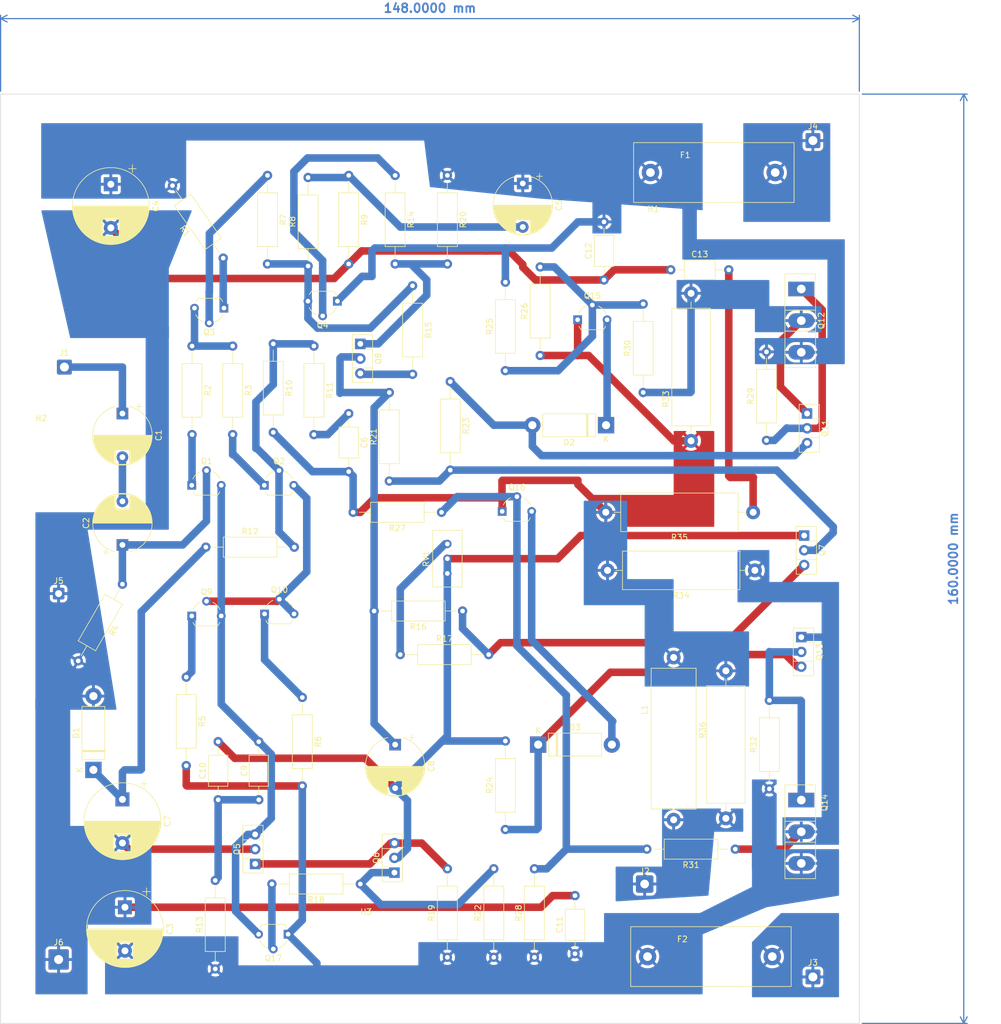
<source format=kicad_pcb>
(kicad_pcb (version 20211014) (generator pcbnew)
  (title_block (title "Randy Slone Design 3") (date "2023-11-16") (rev "2"))
  (layers (0 "F.Cu" signal) (31 "B.Cu" signal) (34 "B.Paste" user) (35 "F.Paste" user) (36 "B.SilkS" user "B.Silkscreen") (37 "F.SilkS" user "F.Silkscreen") (38 "B.Mask" user) (39 "F.Mask" user) (44 "Edge.Cuts" user))
  (net 0 "")
  (net 1 "Net-(C1-Pad1)")
  (net 2 "Net-(C1-Pad2)")
  (net 3 "Net-(C2-Pad1)")
  (net 4 "GND")
  (net 5 "Net-(Q1-Pad1)")
  (net 6 "Net-(Q2-Pad1)")
  (net 7 "Net-(C6-Pad1)")
  (net 8 "Net-(C10-Pad2)")
  (net 9 "Net-(C9-Pad1)")
  (net 10 "Net-(Q10-Pad1)")
  (net 11 "Net-(Q3-Pad2)")
  (net 12 "Net-(Q10-Pad2)")
  (net 13 "Net-(Q4-Pad2)")
  (net 14 "Net-(Q8-Pad1)")
  (net 15 "Net-(Q8-Pad3)")
  (net 16 "Net-(Q2-Pad2)")
  (net 17 "Net-(Q3-Pad1)")
  (net 18 "Net-(Q3-Pad3)")
  (net 19 "Net-(Q6-Pad1)")
  (net 20 "Net-(Q5-Pad1)")
  (net 21 "Net-(Q7-Pad2)")
  (net 22 "/V Neg")
  (net 23 "Net-(C10-Pad1)")
  (net 24 "Net-(Q17-Pad2)")
  (net 25 "Net-(Q4-Pad3)")
  (net 26 "Net-(Q9-Pad1)")
  (net 27 "Net-(R17-Pad1)")
  (net 28 "Net-(C5-Pad2)")
  (net 29 "Net-(C8-Pad1)")
  (net 30 "Net-(D2-Pad1)")
  (net 31 "Net-(D2-Pad2)")
  (net 32 "Net-(C6-Pad2)")
  (net 33 "Net-(D3-Pad2)")
  (net 34 "Net-(C13-Pad2)")
  (net 35 "Net-(Q15-Pad2)")
  (net 36 "Net-(Q16-Pad2)")
  (net 37 "Net-(D3-Pad1)")
  (net 38 "Net-(Q11-Pad2)")
  (net 39 "Net-(Q13-Pad1)")
  (net 40 "Net-(Q13-Pad2)")
  (net 41 "Net-(Q7-Pad3)")
  (net 42 "Net-(Q11-Pad1)")
  (net 43 "/V Pwer Pos")
  (net 44 "/V Pwer Neg")
  (net 45 "/VPos")
  (net 46 "/Output")
  (net 47 "Net-(C7-Pad1)")
  (footprint "Package_TO_SOT_THT:TO-126-3_Vertical" (layer "F.Cu") (at 274.5 141 -90)
    (fp_text reference "Q7")
    (fp_text value "2SD669")
  )
  (footprint "Resistor_THT:R_Axial_DIN0309_L9.0mm_D3.2mm_P15.24mm_Horizontal" (layer "F.Cu") (at 204.88 161.5)
    (fp_text reference "R17")
    (fp_text value "100 Ohm")
  )
  (footprint "Resistor_THT:R_Axial_DIN0309_L9.0mm_D3.2mm_P15.24mm_Horizontal" (layer "F.Cu") (at 262.62 195 180)
    (fp_text reference "R31")
    (fp_text value "270 Ohm")
  )
  (footprint "Resistor_THT:R_Axial_DIN0309_L9.0mm_D3.2mm_P15.24mm_Horizontal" (layer "F.Cu") (at 268.5 184.62 90)
    (fp_text reference "R32")
    (fp_text value "100 Ohm")
  )
  (footprint "Resistor_THT:R_Axial_DIN0309_L9.0mm_D3.2mm_P15.24mm_Horizontal" (layer "F.Cu") (at 229 110 90)
    (fp_text reference "R26")
    (fp_text value "120 Ohm")
  )
  (footprint "Package_TO_SOT_THT:TO-92L_Wide" (layer "F.Cu") (at 181.45 132.35)
    (fp_text reference "Q2")
    (fp_text value "2N5401")
  )
  (footprint "Package_TO_SOT_THT:TO-92L_Wide" (layer "F.Cu") (at 185.55 209.65 180)
    (fp_text reference "Q17")
    (fp_text value "2N5551")
  )
  (footprint "Connector_Wire:SolderWire-0.75sqmm_1x01_D1.25mm_OD2.3mm" (layer "F.Cu") (at 276 217)
    (fp_text reference "J3")
    (fp_text value "V Neg -42V DC")
  )
  (footprint "Package_TO_SOT_THT:TO-92L_Wide" (layer "F.Cu") (at 222.45 136.85)
    (fp_text reference "Q16")
    (fp_text value "2N5401")
  )
  (footprint "AudioAmp:BLX-A Fuse Holder 5mm x 20mm" (layer "F.Cu") (at 248 78.5)
    (fp_text reference "F1")
    (fp_text value "Fuse 5A")
  )
  (footprint "Capacitor_THT:CP_Radial_D10.0mm_P7.50mm" (layer "F.Cu") (at 204 177 -90)
    (fp_text reference "C8")
    (fp_text value "47 uF")
  )
  (footprint "Resistor_THT:R_Axial_DIN0309_L9.0mm_D3.2mm_P15.24mm_Horizontal" (layer "F.Cu") (at 173 215.62 90)
    (fp_text reference "R13")
    (fp_text value "2.2 K")
  )
  (footprint "Connector_Wire:SolderWire-0.75sqmm_1x01_D1.25mm_OD3.5mm" (layer "F.Cu") (at 146 214)
    (fp_text reference "J6")
    (fp_text value "Pwr Gnd")
  )
  (footprint "Capacitor_THT:C_Axial_L5.1mm_D3.1mm_P10.00mm_Horizontal" (layer "F.Cu") (at 240 97 90)
    (fp_text reference "C12")
    (fp_text value "0.1 uF")
  )
  (footprint "Resistor_THT:R_Axial_DIN0309_L9.0mm_D3.2mm_P15.24mm_Horizontal" (layer "F.Cu") (at 176 108.38 -90)
    (fp_text reference "R3")
    (fp_text value "100 Ohm")
  )
  (footprint "Resistor_THT:R_Axial_Power_L20.0mm_W6.4mm_P25.40mm" (layer "F.Cu") (at 265.7 137 180)
    (fp_text reference "R35")
    (fp_text value "10 Ohm 2W")
  )
  (footprint "Resistor_THT:R_Axial_DIN0309_L9.0mm_D3.2mm_P15.24mm_Horizontal" (layer "F.Cu") (at 203 131.62 90)
    (fp_text reference "R21")
    (fp_text value "15 Ohm")
  )
  (footprint "Package_TO_SOT_THT:TO-126-3_Vertical" (layer "F.Cu") (at 274 158.5 -90)
    (fp_text reference "Q13")
    (fp_text value "2SB649")
  )
  (footprint "Capacitor_THT:CP_Radial_D10.0mm_P7.50mm" (layer "F.Cu") (at 157 142.617677 90)
    (fp_text reference "C2")
    (fp_text value "22 uF")
  )
  (footprint "Resistor_THT:R_Axial_DIN0309_L9.0mm_D3.2mm_P15.24mm_Horizontal" (layer "F.Cu") (at 198 201 180)
    (fp_text reference "R18")
    (fp_text value "1 K")
  )
  (footprint "Capacitor_THT:C_Axial_L5.1mm_D3.1mm_P10.00mm_Horizontal" (layer "F.Cu") (at 180.5 176.5 -90)
    (fp_text reference "C9")
    (fp_text value "150 pF")
  )
  (footprint "Resistor_THT:R_Axial_DIN0309_L9.0mm_D3.2mm_P15.24mm_Horizontal" (layer "F.Cu") (at 169 108.38 -90)
    (fp_text reference "R2")
    (fp_text value "100 Ohm")
  )
  (footprint "Package_TO_SOT_THT:TO-126-3_Vertical" (layer "F.Cu") (at 275 120 -90)
    (fp_text reference "Q11")
    (fp_text value "2SD669")
  )
  (footprint "Resistor_THT:R_Axial_Power_L20.0mm_W6.4mm_P25.40mm" (layer "F.Cu") (at 266 147 180)
    (fp_text reference "R34")
    (fp_text value "0.22 Ohm 5W")
  )
  (footprint "Package_TO_SOT_THT:TO-92L_Wide" (layer "F.Cu") (at 194.05 100.65 180)
    (fp_text reference "Q4")
    (fp_text value "2N5401")
  )
  (footprint "Connector_Wire:SolderWire-0.75sqmm_1x01_D1.25mm_OD2.3mm" (layer "F.Cu") (at 147 112)
    (fp_text reference "J1")
    (fp_text value "Conn_01x01")
  )
  (footprint "Capacitor_THT:CP_Radial_D13.0mm_P7.50mm" (layer "F.Cu") (at 157.434785 205 -90)
    (fp_text reference "C3")
    (fp_text value "220 uF")
  )
  (footprint "Potentiometer_THT:Potentiometer_Bourns_3296W_Vertical" (layer "F.Cu") (at 213 142.45 90)
    (fp_text reference "RV1")
    (fp_text value "1 K")
  )
  (footprint "Package_TO_SOT_THT:TO-92L_Wide" (layer "F.Cu") (at 181.5 154.5)
    (fp_text reference "Q10")
    (fp_text value "2N5551")
  )
  (footprint "Resistor_THT:R_Axial_DIN0309_L9.0mm_D3.2mm_P15.24mm_Horizontal" (layer "F.Cu") (at 196 79 -90)
    (fp_text reference "R9")
    (fp_text value "10 K")
  )
  (footprint "Resistor_THT:R_Axial_DIN0309_L9.0mm_D3.2mm_P15.24mm_Horizontal" (layer "F.Cu") (at 183 108 -90)
    (fp_text reference "R10")
    (fp_text value "10 K")
  )
  (footprint "Package_TO_SOT_THT:TO-126-3_Vertical" (layer "F.Cu") (at 179.875 197.54 90)
    (fp_text reference "Q5")
    (fp_text value "2SD669")
  )
  (footprint "Package_TO_SOT_THT:TO-126-3_Vertical" (layer "F.Cu") (at 203.875 199.04 90)
    (fp_text reference "Q6")
    (fp_text value "2SD669")
  )
  (footprint "Resistor_THT:R_Axial_Power_L20.0mm_W6.4mm_P25.40mm" (layer "F.Cu") (at 255 124.7 90)
    (fp_text reference "R33")
    (fp_text value "0.22 Ohm 5W")
  )
  (footprint "AudioAmp:BLX-A Fuse Holder 5mm x 20mm" (layer "F.Cu") (at 247.5 213.5)
    (fp_text reference "F2")
    (fp_text value "Fuse 5A")
  )
  (footprint "Resistor_THT:R_Axial_DIN0309_L9.0mm_D3.2mm_P15.24mm_Horizontal" (layer "F.Cu") (at 213.5 114.5 -90)
    (fp_text reference "R23")
    (fp_text value "100 Ohm")
  )
  (footprint "Resistor_THT:R_Axial_DIN0309_L9.0mm_D3.2mm_P15.24mm_Horizontal" (layer "F.Cu") (at 223 112.62 90)
    (fp_text reference "R25")
    (fp_text value "15 K")
  )
  (footprint "Resistor_THT:R_Axial_DIN0309_L9.0mm_D3.2mm_P15.24mm_Horizontal" (layer "F.Cu") (at 212 137 180)
    (fp_text reference "R27")
    (fp_text value "120 Ohm")
  )
  (footprint "Package_TO_SOT_THT:TO-92L_Wide" (layer "F.Cu") (at 235.45 103.85)
    (fp_text reference "Q15")
    (fp_text value "2N5551")
  )
  (footprint "Capacitor_THT:C_Axial_L5.1mm_D3.1mm_P10.00mm_Horizontal" (layer "F.Cu") (at 251.5 95.25)
    (fp_text reference "C13")
    (fp_text value "0.1 uF")
  )
  (footprint "Connector_Wire:SolderWire-0.75sqmm_1x01_D1.25mm_OD2.3mm" (layer "F.Cu") (at 276 73)
    (fp_text reference "J4")
    (fp_text value "V pos + 42V DC")
  )
  (footprint "Resistor_THT:R_Axial_DIN0309_L9.0mm_D3.2mm_P15.24mm_Horizontal" (layer "F.Cu") (at 157 149.38 -120)
    (fp_text reference "R4")
    (fp_text value "10 K")
  )
  (footprint "Resistor_THT:R_Axial_DIN0309_L9.0mm_D3.2mm_P15.24mm_Horizontal" (layer "F.Cu") (at 213 213.62 90)
    (fp_text reference "R19")
    (fp_text value "1 K")
  )
  (footprint "Package_TO_SOT_THT:TO-247-3_Vertical" (layer "F.Cu") (at 274 186.55 -90)
    (fp_text reference "Q14")
    (fp_text value "2SC3281")
  )
  (footprint "Resistor_THT:R_Axial_DIN0309_L9.0mm_D3.2mm_P15.24mm_Horizontal" (layer "F.Cu") (at 189 94.6 90)
    (fp_text reference "R8")
    (fp_text value "10 K")
  )
  (footprint "Resistor_THT:R_Axial_DIN0309_L9.0mm_D3.2mm_P15.24mm_Horizontal" (layer "F.Cu") (at 228 213.62 90)
    (fp_text reference "R28")
    (fp_text value "15 K")
  )
  (footprint "MountingHole:MountingHole_3.7mm" (layer "F.Cu") (at 199 210.5)
    (fp_text reference "H3")
    (fp_text value "MountingHole")
  )
  (footprint "Resistor_THT:R_Axial_DIN0309_L9.0mm_D3.2mm_P15.24mm_Horizontal" (layer "F.Cu") (at 268 124.62 90)
    (fp_text reference "R29")
    (fp_text value "100 Ohm")
  )
  (footprint "Capacitor_THT:C_Axial_L5.1mm_D3.1mm_P10.00mm_Horizontal" (layer "F.Cu") (at 196 120 -90)
    (fp_text reference "C6")
    (fp_text value "5 pF")
  )
  (footprint "Package_TO_SOT_THT:TO-92L_Wide" (layer "F.Cu") (at 168.95 154.85)
    (fp_text reference "Q9")
    (fp_text value "2N5551")
  )
  (footprint "Resistor_THT:R_Axial_Power_L20.0mm_W6.4mm_P25.40mm" (layer "F.Cu") (at 261 189.7 90)
    (fp_text reference "R36")
    (fp_text value "10 Ohm 2W")
  )
  (footprint "Resistor_THT:R_Axial_DIN0309_L9.0mm_D3.2mm_P15.24mm_Horizontal" (layer "F.Cu") (at 246.75 116.37 90)
    (fp_text reference "R30")
    (fp_text value "270 Ohm")
  )
  (footprint "Resistor_THT:R_Axial_DIN0309_L9.0mm_D3.2mm_P15.24mm_Horizontal" (layer "F.Cu") (at 207 98 -90)
    (fp_text reference "R15")
    (fp_text value "1 K")
  )
  (footprint "Package_TO_SOT_THT:TO-247-3_Vertical" (layer "F.Cu") (at 274 98.55 -90)
    (fp_text reference "Q12")
    (fp_text value "2SA1302")
  )
  (footprint "Resistor_THT:R_Axial_DIN0309_L9.0mm_D3.2mm_P15.24mm_Horizontal" (layer "F.Cu") (at 174.370652 93.241939 125)
    (fp_text reference "R1")
    (fp_text value "150 Ohm")
  )
  (footprint "Capacitor_THT:CP_Radial_D13.0mm_P7.50mm" (layer "F.Cu") (at 157 186.434785 -90)
    (fp_text reference "C7")
    (fp_text value "220 uF")
  )
  (footprint "Resistor_THT:R_Axial_DIN0309_L9.0mm_D3.2mm_P15.24mm_Horizontal" (layer "F.Cu") (at 171.38 143)
    (fp_text reference "R12")
    (fp_text value "330 Ohm")
  )
  (footprint "Resistor_THT:R_Axial_DIN0309_L9.0mm_D3.2mm_P15.24mm_Horizontal" (layer "F.Cu") (at 182 79 -90)
    (fp_text reference "R7")
    (fp_text value "1 K")
  )
  (footprint "Package_TO_SOT_THT:TO-126-3_Vertical" (layer "F.Cu") (at 198 108 -90)
    (fp_text reference "Q8")
    (fp_text value "2SB649")
  )
  (footprint "Capacitor_THT:C_Axial_L5.1mm_D3.1mm_P10.00mm_Horizontal" (layer "F.Cu") (at 235 213 90)
    (fp_text reference "C11")
    (fp_text value "0.1 uF")
  )
  (footprint "Diode_THT:D_5W_P12.70mm_Horizontal" (layer "F.Cu") (at 228.65 177)
    (fp_text reference "D3")
    (fp_text value "1N4148")
  )
  (footprint "Capacitor_THT:CP_Radial_D10.0mm_P7.50mm" (layer "F.Cu") (at 157 120 -90)
    (fp_text reference "C1")
    (fp_text value "22 uF")
  )
  (footprint "Connector_Wire:SolderWire-0.25sqmm_1x01_D0.65mm_OD2mm" (layer "F.Cu") (at 146 151)
    (fp_text reference "J5")
    (fp_text value "Sig Gnd")
  )
  (footprint "Inductor_THT:L_Axial_L24.0mm_D7.5mm_P27.94mm_Horizontal_Fastron_MESC" (layer "F.Cu") (at 252 162 -90)
    (fp_text reference "L1")
    (fp_text value "1 uH")
  )
  (footprint "Package_TO_SOT_THT:TO-92L_Wide" (layer "F.Cu") (at 168.95 132.35)
    (fp_text reference "Q1")
    (fp_text value "2N5401")
  )
  (footprint "Capacitor_THT:CP_Radial_D13.0mm_P7.50mm" (layer "F.Cu") (at 155 80.52222 -90)
    (fp_text reference "C4")
    (fp_text value "220 uF")
  )
  (footprint "Diode_THT:D_5W_P12.70mm_Horizontal" (layer "F.Cu") (at 152 181.35 90)
    (fp_text reference "D1")
    (fp_text value "1N4148")
  )
  (footprint "Resistor_THT:R_Axial_DIN0309_L9.0mm_D3.2mm_P15.24mm_Horizontal" (layer "F.Cu") (at 168 165.38 -90)
    (fp_text reference "R5")
    (fp_text value "68 Ohm")
  )
  (footprint "Resistor_THT:R_Axial_DIN0309_L9.0mm_D3.2mm_P15.24mm_Horizontal" (layer "F.Cu") (at 204 79 -90)
    (fp_text reference "R14")
    (fp_text value "1 K")
  )
  (footprint "Resistor_THT:R_Axial_DIN0309_L9.0mm_D3.2mm_P15.24mm_Horizontal" (layer "F.Cu") (at 213 79 -90)
    (fp_text reference "R20")
    (fp_text value "100 Ohm")
  )
  (footprint "Capacitor_THT:CP_Radial_D10.0mm_P7.50mm" (layer "F.Cu") (at 226 80.382323 -90)
    (fp_text reference "C5")
    (fp_text value "47 uF")
  )
  (footprint "Resistor_THT:R_Axial_DIN0309_L9.0mm_D3.2mm_P15.24mm_Horizontal" (layer "F.Cu") (at 221 213.62 90)
    (fp_text reference "R22")
    (fp_text value "47 Ohm")
  )
  (footprint "Resistor_THT:R_Axial_DIN0309_L9.0mm_D3.2mm_P15.24mm_Horizontal" (layer "F.Cu") (at 188 168.88 -90)
    (fp_text reference "R6")
    (fp_text value "68 Ohm")
  )
  (footprint "Resistor_THT:R_Axial_DIN0309_L9.0mm_D3.2mm_P15.24mm_Horizontal" (layer "F.Cu") (at 190 108.38 -90)
    (fp_text reference "R11")
    (fp_text value "330 Ohm")
  )
  (footprint "MountingHole:MountingHole_3.7mm" (layer "F.Cu") (at 143 125.5)
    (fp_text reference "H2")
    (fp_text value "MountingHole")
  )
  (footprint "Resistor_THT:R_Axial_DIN0309_L9.0mm_D3.2mm_P15.24mm_Horizontal" (layer "F.Cu") (at 215.62 154 180)
    (fp_text reference "R16")
    (fp_text value "820 Ohm")
  )
  (footprint "Capacitor_THT:C_Axial_L5.1mm_D3.1mm_P10.00mm_Horizontal" (layer "F.Cu") (at 173.5 186.5 90)
    (fp_text reference "C10")
    (fp_text value "300 pF")
  )
  (footprint "MountingHole:MountingHole_3.7mm" (layer "F.Cu") (at 248.5 89.5)
    (fp_text reference "H1")
    (fp_text value "MountingHole")
  )
  (footprint "Resistor_THT:R_Axial_DIN0309_L9.0mm_D3.2mm_P15.24mm_Horizontal" (layer "F.Cu") (at 223 191.62 90)
    (fp_text reference "R24")
    (fp_text value "100 Ohm")
  )
  (footprint "Package_TO_SOT_THT:TO-92L_Wide" (layer "F.Cu") (at 174.5 101.85 180)
    (fp_text reference "Q3")
    (fp_text value "2N5401")
  )
  (footprint "Connector_Wire:SolderWire-0.25sqmm_1x01_D0.65mm_OD2mm" (layer "F.Cu") (at 247 201)
    (fp_text reference "J2")
    (fp_text value "Output")
  )
  (footprint "Diode_THT:D_5W_P12.70mm_Horizontal" (layer "F.Cu") (at 240.35 122 180)
    (fp_text reference "D2")
    (fp_text value "1N4148")
  )
  (gr_rect (start 136 65) (end 284 225) (layer "Edge.Cuts") (width 0.1) (fill none))
  (dimension (type aligned) (layer "B.Cu") (pts (xy 284 65) (xy 136 65)) (height 12.999999) (gr_text "148.0000 mm" (at 210 50.200001) (layer "B.Cu") (effects (font (size 1.5 1.5) (thickness 0.3)))) (format (units 3) (units_format 1) (precision 4)) (style (thickness 0.2) (arrow_length 1.27) (text_position_mode 0) (extension_height 0.58642) (extension_offset 0.5) keep_text_aligned))
  (dimension (type aligned) (layer "B.Cu") (pts (xy 284 225) (xy 284 65)) (height 18) (gr_text "160.0000 mm" (at 300.2 145 90) (layer "B.Cu") (effects (font (size 1.5 1.5) (thickness 0.3)))) (format (units 3) (units_format 1) (precision 4)) (style (thickness 0.2) (arrow_length 1.27) (text_position_mode 0) (extension_height 0.58642) (extension_offset 0.5) keep_text_aligned))
  (segment (start 157 120) (end 157 112) (width 1.3) (layer "B.Cu") (net 1))
  (segment (start 157 112) (end 147 112) (width 1.3) (layer "B.Cu") (net 1))
  (segment (start 157 127.5) (end 157 135.117677) (width 1.3) (layer "B.Cu") (net 2))
  (segment (start 171.49 138.51) (end 171.49 129.81) (width 1.3) (layer "B.Cu") (net 3))
  (segment (start 167.382323 142.617677) (end 171.49 138.51) (width 1.3) (layer "B.Cu") (net 3))
  (segment (start 157 142.617677) (end 167.382323 142.617677) (width 1.3) (layer "B.Cu") (net 3))
  (segment (start 157 142.617677) (end 157 149.38) (width 1.3) (layer "B.Cu") (net 3))
  (segment (start 193.490489 96.749511) (end 163.727291 96.749511) (width 1.3) (layer "F.Cu") (net 4))
  (segment (start 196 94.24) (end 193.490489 96.749511) (width 1.3) (layer "F.Cu") (net 4))
  (segment (start 226 94.799869) (end 226 94.340131) (width 1.3) (layer "F.Cu") (net 4))
  (segment (start 229.149511 205) (end 231.149511 203) (width 1.3) (layer "F.Cu") (net 4))
  (segment (start 228.200131 97) (end 226 94.799869) (width 1.3) (layer "F.Cu") (net 4))
  (segment (start 240 97) (end 228.200131 97) (width 1.3) (layer "F.Cu") (net 4))
  (segment (start 198.24 92) (end 196 94.24) (width 1.3) (layer "F.Cu") (net 4))
  (segment (start 219.75 92) (end 198.24 92) (width 1.3) (layer "F.Cu") (net 4))
  (segment (start 158.065215 195) (end 179.875 195) (width 1.3) (layer "F.Cu") (net 4))
  (segment (start 163.727291 96.749511) (end 155 88.02222) (width 1.3) (layer "F.Cu") (net 4))
  (segment (start 231.149511 203) (end 235 203) (width 1.3) (layer "F.Cu") (net 4))
  (segment (start 223.659869 92) (end 219.75 92) (width 1.3) (layer "F.Cu") (net 4))
  (segment (start 157 193.934785) (end 158.065215 195) (width 1.3) (layer "F.Cu") (net 4))
  (segment (start 251.5 95.25) (end 241.75 95.25) (width 1.3) (layer "F.Cu") (net 4))
  (segment (start 157.434785 205) (end 229.149511 205) (width 1.3) (layer "F.Cu") (net 4))
  (segment (start 226 94.340131) (end 223.659869 92) (width 1.3) (layer "F.Cu") (net 4))
  (segment (start 241.75 95.25) (end 240 97) (width 1.3) (layer "F.Cu") (net 4))
  (segment (start 169 123.62) (end 169 132.3) (width 1.3) (layer "B.Cu") (net 5))
  (segment (start 169 132.3) (end 168.95 132.35) (width 1.3) (layer "B.Cu") (net 5))
  (segment (start 176.169961 127.069961) (end 181.45 132.35) (width 1.3) (layer "B.Cu") (net 6))
  (segment (start 176 127.069961) (end 176.169961 127.069961) (width 1.3) (layer "B.Cu") (net 6))
  (segment (start 176 123.62) (end 176 127.069961) (width 1.3) (layer "B.Cu") (net 6))
  (segment (start 192.38 123.62) (end 196 120) (width 1.3) (layer "B.Cu") (net 7))
  (segment (start 190 123.62) (end 192.38 123.62) (width 1.3) (layer "B.Cu") (net 7))
  (segment (start 176.349511 179.349511) (end 198.849511 179.349511) (width 1.3) (layer "F.Cu") (net 8))
  (segment (start 232 145) (end 231.99 144.99) (width 1.3) (layer "F.Cu") (net 8))
  (segment (start 231.99 144.99) (end 213 144.99) (width 1.3) (layer "F.Cu") (net 8))
  (segment (start 274.5 141) (end 236 141) (width 1.3) (layer "F.Cu") (net 8))
  (segment (start 236 141) (end 232 145) (width 1.3) (layer "F.Cu") (net 8))
  (segment (start 198.849511 179.349511) (end 204 184.5) (width 1.3) (layer "F.Cu") (net 8))
  (segment (start 173.5 176.5) (end 176.349511 179.349511) (width 1.3) (layer "F.Cu") (net 8))
  (segment (start 204.51629 196.5) (end 203.875 196.5) (width 1.3) (layer "B.Cu") (net 8))
  (segment (start 213 147.53) (end 213 144.99) (width 1.3) (layer "B.Cu") (net 8))
  (segment (start 223 176.38) (end 212.12 176.38) (width 1.3) (layer "B.Cu") (net 8))
  (segment (start 212.12 176.38) (end 204 184.5) (width 1.3) (layer "B.Cu") (net 8))
  (segment (start 204 184.5) (end 206.124511 186.624511) (width 1.3) (layer "B.Cu") (net 8))
  (segment (start 213 147.53) (end 213 175.5) (width 1.3) (layer "B.Cu") (net 8))
  (segment (start 213 175.5) (end 212.12 176.38) (width 1.3) (layer "B.Cu") (net 8))
  (segment (start 206.124511 186.624511) (end 206.124511 194.891779) (width 1.3) (layer "B.Cu") (net 8))
  (segment (start 206.124511 194.891779) (end 204.51629 196.5) (width 1.3) (layer "B.Cu") (net 8))
  (segment (start 176.5 194.562208) (end 176.5 205.68) (width 1.3) (layer "B.Cu") (net 9))
  (segment (start 174.03 154.85) (end 174.03 170.03) (width 1.3) (layer "B.Cu") (net 9))
  (segment (start 182.649511 189.685489) (end 179.875 192.46) (width 1.3) (layer "B.Cu") (net 9))
  (segment (start 180.5 176.5) (end 182.649511 178.649511) (width 1.3) (layer "B.Cu") (net 9))
  (segment (start 176.5 205.68) (end 180.47 209.65) (width 1.3) (layer "B.Cu") (net 9))
  (segment (start 182.649511 178.649511) (end 182.649511 189.685489) (width 1.3) (layer "B.Cu") (net 9))
  (segment (start 179.875 192.46) (end 178.602208 192.46) (width 1.3) (layer "B.Cu") (net 9))
  (segment (start 174.03 132.35) (end 174.03 154.85) (width 1.3) (layer "B.Cu") (net 9))
  (segment (start 174.03 170.03) (end 180.5 176.5) (width 1.3) (layer "B.Cu") (net 9))
  (segment (start 178.602208 192.46) (end 176.5 194.562208) (width 1.3) (layer "B.Cu") (net 9))
  (segment (start 181.5 162.38) (end 188 168.88) (width 1.3) (layer "B.Cu") (net 10))
  (segment (start 181.5 154.5) (end 181.5 162.38) (width 1.3) (layer "B.Cu") (net 10))
  (segment (start 171.99 89.01) (end 171.99 98.99) (width 1.3) (layer "B.Cu") (net 11))
  (segment (start 182 79) (end 171.99 89.01) (width 1.3) (layer "B.Cu") (net 11))
  (segment (start 171.96 99.02) (end 171.96 104.39) (width 1.3) (layer "B.Cu") (net 11))
  (segment (start 171.99 98.99) (end 171.96 99.02) (width 1.3) (layer "B.Cu") (net 11))
  (segment (start 183.69 152.31) (end 184.04 151.96) (width 1.3) (layer "F.Cu") (net 12))
  (segment (start 171.49 152.31) (end 183.69 152.31) (width 1.3) (layer "F.Cu") (net 12))
  (segment (start 188.769511 134.589511) (end 188.769511 147.230489) (width 1.3) (layer "B.Cu") (net 12))
  (segment (start 186.53 132.35) (end 188.769511 134.589511) (width 1.3) (layer "B.Cu") (net 12))
  (segment (start 188.769511 147.230489) (end 184.04 151.96) (width 1.3) (layer "B.Cu") (net 12))
  (segment (start 184.04 151.96) (end 186.58 154.5) (width 1.3) (layer "B.Cu") (net 12))
  (segment (start 191.51 93.645867) (end 191.51 103.19) (width 1.3) (layer "B.Cu") (net 13))
  (segment (start 186.550489 88.686356) (end 191.51 93.645867) (width 1.3) (layer "B.Cu") (net 13))
  (segment (start 201 76) (end 204 79) (width 1.3) (layer "B.Cu") (net 13))
  (segment (start 188.895867 76) (end 201 76) (width 1.3) (layer "B.Cu") (net 13))
  (segment (start 186.550489 78.345378) (end 188.895867 76) (width 1.3) (layer "B.Cu") (net 13))
  (segment (start 186.550489 88.686356) (end 186.550489 78.345378) (width 1.3) (layer "B.Cu") (net 13))
  (segment (start 206.704133 94.24) (end 209.449511 96.985378) (width 1.3) (layer "B.Cu") (net 14))
  (segment (start 209.449511 99.616043) (end 201.075065 107.990489) (width 1.3) (layer "B.Cu") (net 14))
  (segment (start 204 94.24) (end 213 94.24) (width 1.3) (layer "B.Cu") (net 14))
  (segment (start 209.449511 96.985378) (end 209.449511 99.616043) (width 1.3) (layer "B.Cu") (net 14))
  (segment (start 201.075065 107.990489) (end 198 107.990489) (width 1.3) (layer "B.Cu") (net 14))
  (segment (start 198.150489 113.24) (end 198 113.089511) (width 1.3) (layer "B.Cu") (net 15))
  (segment (start 207 113.24) (end 198.150489 113.24) (width 1.3) (layer "B.Cu") (net 15))
  (segment (start 183.99 140.37) (end 186.62 143) (width 1.3) (layer "B.Cu") (net 16))
  (segment (start 183.99 129.81) (end 183.99 140.37) (width 1.3) (layer "B.Cu") (net 16))
  (segment (start 180 118) (end 180 126) (width 1.3) (layer "B.Cu") (net 16))
  (segment (start 189.62 108) (end 190 108.38) (width 1.3) (layer "B.Cu") (net 16))
  (segment (start 180.18 126) (end 183.99 129.81) (width 1.3) (layer "B.Cu") (net 16))
  (segment (start 183 108) (end 183 115) (width 1.3) (layer "B.Cu") (net 16))
  (segment (start 183 108) (end 189.62 108) (width 1.3) (layer "B.Cu") (net 16))
  (segment (start 180 126) (end 180.18 126) (width 1.3) (layer "B.Cu") (net 16))
  (segment (start 183 115) (end 180 118) (width 1.3) (layer "B.Cu") (net 16))
  (segment (start 174.370652 93.241939) (end 174.370652 101.720652) (width 1.3) (layer "B.Cu") (net 17))
  (segment (start 174.370652 101.720652) (end 174.5 101.85) (width 1.3) (layer "B.Cu") (net 17))
  (segment (start 169.42 107.96) (end 169 108.38) (width 1.3) (layer "B.Cu") (net 18))
  (segment (start 169 108.38) (end 176 108.38) (width 1.3) (layer "B.Cu") (net 18))
  (segment (start 169.45 107.93) (end 169 108.38) (width 1.3) (layer "B.Cu") (net 18))
  (segment (start 169.42 101.85) (end 169.42 107.96) (width 1.3) (layer "B.Cu") (net 18))
  (segment (start 221 198.38) (end 214.84 204.54) (width 1.3) (layer "B.Cu") (net 19))
  (segment (start 199.96 199.04) (end 198 201) (width 1.3) (layer "B.Cu") (net 19))
  (segment (start 198 201) (end 201.54 204.54) (width 1.3) (layer "B.Cu") (net 19))
  (segment (start 201.54 204.54) (end 214.84 204.54) (width 1.3) (layer "B.Cu") (net 19))
  (segment (start 203.875 199.04) (end 199.96 199.04) (width 1.3) (layer "B.Cu") (net 19))
  (segment (start 179.875 197.54) (end 199.65371 197.54) (width 1.3) (layer "F.Cu") (net 20))
  (segment (start 203.23371 193.96) (end 203.875 193.96) (width 1.3) (layer "F.Cu") (net 20))
  (segment (start 199.65371 197.54) (end 203.23371 193.96) (width 1.3) (layer "F.Cu") (net 20))
  (segment (start 208.58 193.96) (end 213 198.38) (width 1.3) (layer "F.Cu") (net 20))
  (segment (start 203.875 193.96) (end 208.58 193.96) (width 1.3) (layer "F.Cu") (net 20))
  (segment (start 276.459022 143.54) (end 274.5 143.54) (width 1.3) (layer "B.Cu") (net 21))
  (segment (start 203 131.62) (end 211.62 131.62) (width 1.3) (layer "B.Cu") (net 21))
  (segment (start 213.5 129.74) (end 269.74 129.74) (width 1.3) (layer "B.Cu") (net 21))
  (segment (start 279.5 139.5) (end 279.5 140.499022) (width 1.3) (layer "B.Cu") (net 21))
  (segment (start 279.5 140.499022) (end 276.459022 143.54) (width 1.3) (layer "B.Cu") (net 21))
  (segment (start 211.62 131.62) (end 213.5 129.74) (width 1.3) (layer "B.Cu") (net 21))
  (segment (start 269.74 129.74) (end 279.5 139.5) (width 1.3) (layer "B.Cu") (net 21))
  (segment (start 168 180.62) (end 168 184) (width 1.3) (layer "F.Cu") (net 22))
  (segment (start 168 184) (end 168.12 184.12) (width 1.3) (layer "F.Cu") (net 22))
  (segment (start 168.12 184.12) (end 188 184.12) (width 1.3) (layer "F.Cu") (net 22))
  (segment (start 185.55 209.65) (end 190.5 214.6) (width 1.3) (layer "B.Cu") (net 22))
  (segment (start 190.5 214.6) (end 190.5 216.5) (width 1.3) (layer "B.Cu") (net 22))
  (segment (start 188 207.2) (end 185.55 209.65) (width 1.3) (layer "B.Cu") (net 22))
  (segment (start 188 184.12) (end 188 207.2) (width 1.3) (layer "B.Cu") (net 22))
  (segment (start 173.5 186.5) (end 173.5 199.88) (width 1.3) (layer "B.Cu") (net 23))
  (segment (start 173.5 199.88) (end 173 200.38) (width 1.3) (layer "B.Cu") (net 23))
  (segment (start 173.5 186.5) (end 180.5 186.5) (width 1.3) (layer "B.Cu") (net 23))
  (segment (start 182.76 211.94) (end 183.01 212.19) (width 1.3) (layer "B.Cu") (net 24))
  (segment (start 182.76 201) (end 182.76 211.94) (width 1.3) (layer "B.Cu") (net 24))
  (segment (start 199.710489 105.289511) (end 190.640353 105.289511) (width 1.3) (layer "B.Cu") (net 25))
  (segment (start 188.97 103.619158) (end 188.97 100.65) (width 1.3) (layer "B.Cu") (net 25))
  (segment (start 190.640353 105.289511) (end 188.97 103.619158) (width 1.3) (layer "B.Cu") (net 25))
  (segment (start 182 94.24) (end 188.64 94.24) (width 1.3) (layer "B.Cu") (net 25))
  (segment (start 189 100.62) (end 188.97 100.65) (width 1.3) (layer "B.Cu") (net 25))
  (segment (start 207 98) (end 199.710489 105.289511) (width 1.3) (layer "B.Cu") (net 25))
  (segment (start 188.64 94.24) (end 189 94.6) (width 1.3) (layer "B.Cu") (net 25))
  (segment (start 189 94.6) (end 189 100.62) (width 1.3) (layer "B.Cu") (net 25))
  (segment (start 168.95 154.85) (end 168.95 164.43) (width 1.3) (layer "B.Cu") (net 26))
  (segment (start 168.95 164.43) (end 168 165.38) (width 1.3) (layer "B.Cu") (net 26))
  (segment (start 204.88 161.5) (end 204.88 150.183268) (width 1.3) (layer "B.Cu") (net 27))
  (segment (start 212.613268 142.45) (end 213 142.45) (width 1.3) (layer "B.Cu") (net 27))
  (segment (start 204.88 150.183268) (end 212.613268 142.45) (width 1.3) (layer "B.Cu") (net 27))
  (segment (start 195.64 79.36) (end 196 79) (width 1.3) (layer "B.Cu") (net 28))
  (segment (start 196 79) (end 204.882323 87.882323) (width 1.3) (layer "B.Cu") (net 28))
  (segment (start 204.882323 87.882323) (end 226 87.882323) (width 1.3) (layer "B.Cu") (net 28))
  (segment (start 189 79.36) (end 195.64 79.36) (width 1.3) (layer "B.Cu") (net 28))
  (segment (start 194.62 116.38) (end 203 116.38) (width 1.3) (layer "B.Cu") (net 29))
  (segment (start 200.38 119) (end 200.38 154) (width 1.3) (layer "B.Cu") (net 29))
  (segment (start 203 116.38) (end 200.38 119) (width 1.3) (layer "B.Cu") (net 29))
  (segment (start 194.750489 110.249511) (end 194.5 110.5) (width 1.3) (layer "B.Cu") (net 29))
  (segment (start 194.5 110.5) (end 194.5 116.5) (width 1.3) (layer "B.Cu") (net 29))
  (segment (start 204 177) (end 200.38 173.38) (width 1.3) (layer "B.Cu") (net 29))
  (segment (start 198 110.54) (end 198 110.5) (width 1.3) (layer "B.Cu") (net 29))
  (segment (start 198 110.5) (end 197.749511 110.249511) (width 1.3) (layer "B.Cu") (net 29))
  (segment (start 200.38 173.38) (end 200.38 154) (width 1.3) (layer "B.Cu") (net 29))
  (segment (start 197.749511 110.249511) (end 194.750489 110.249511) (width 1.3) (layer "B.Cu") (net 29))
  (segment (start 194.5 116.5) (end 194.62 116.38) (width 1.3) (layer "B.Cu") (net 29))
  (segment (start 240.53 103.85) (end 240.53 121.82) (width 1.3) (layer "B.Cu") (net 30))
  (segment (start 240.53 121.82) (end 240.35 122) (width 1.3) (layer "B.Cu") (net 30))
  (segment (start 229.249511 127.249511) (end 272.830489 127.249511) (width 1.3) (layer "B.Cu") (net 31))
  (segment (start 227.65 122) (end 227.65 125.65) (width 1.3) (layer "B.Cu") (net 31))
  (segment (start 227.65 125.65) (end 229.249511 127.249511) (width 1.3) (layer "B.Cu") (net 31))
  (segment (start 213.5 114.5) (end 221 122) (width 1.3) (layer "B.Cu") (net 31))
  (segment (start 272.830489 127.249511) (end 275 125.08) (width 1.3) (layer "B.Cu") (net 31))
  (segment (start 221 122) (end 227.65 122) (width 1.3) (layer "B.Cu") (net 31))
  (segment (start 235.45 109.95) (end 235.5 110) (width 1.3) (layer "F.Cu") (net 32))
  (segment (start 252.040131 124.7) (end 237.340131 110) (width 1.3) (layer "F.Cu") (net 32))
  (segment (start 222.42 134.5) (end 222.42 131.58) (width 1.3) (layer "F.Cu") (net 32))
  (segment (start 235.5 110) (end 229 110) (width 1.3) (layer "F.Cu") (net 32))
  (segment (start 222.45 136.85) (end 222.45 134.53) (width 1.3) (layer "F.Cu") (net 32))
  (segment (start 222.5 131.5) (end 235.5 131.5) (width 1.3) (layer "F.Cu") (net 32))
  (segment (start 255 124.7) (end 252.040131 124.7) (width 1.3) (layer "F.Cu") (net 32))
  (segment (start 196.76 137) (end 198 137) (width 1.3) (layer "F.Cu") (net 32))
  (segment (start 235.5 131.5) (end 235.5 132.2) (width 1.3) (layer "F.Cu") (net 32))
  (segment (start 235.45 103.85) (end 235.45 109.95) (width 1.3) (layer "F.Cu") (net 32))
  (segment (start 237.340131 110) (end 235.5 110) (width 1.3) (layer "F.Cu") (net 32))
  (segment (start 200.5 134.5) (end 222.42 134.5) (width 1.3) (layer "F.Cu") (net 32))
  (segment (start 222.45 134.53) (end 222.42 134.5) (width 1.3) (layer "F.Cu") (net 32))
  (segment (start 222.42 131.58) (end 222.5 131.5) (width 1.3) (layer "F.Cu") (net 32))
  (segment (start 235.5 132.2) (end 240.3 137) (width 1.3) (layer "F.Cu") (net 32))
  (segment (start 198 137) (end 200.5 134.5) (width 1.3) (layer "F.Cu") (net 32))
  (segment (start 196 130) (end 189.76 130) (width 1.3) (layer "B.Cu") (net 32))
  (segment (start 196.76 130.76) (end 196 130) (width 1.3) (layer "B.Cu") (net 32))
  (segment (start 196.76 137) (end 196.76 130.76) (width 1.3) (layer "B.Cu") (net 32))
  (segment (start 189.76 130) (end 183 123.24) (width 1.3) (layer "B.Cu") (net 32))
  (segment (start 227.53 136.85) (end 227.53 158.97) (width 1.3) (layer "B.Cu") (net 33))
  (segment (start 227.5 159) (end 241.5 173) (width 1.3) (layer "B.Cu") (net 33))
  (segment (start 241.5 173) (end 241.35 173.15) (width 1.3) (layer "B.Cu") (net 33))
  (segment (start 227.53 158.97) (end 227.5 159) (width 1.3) (layer "B.Cu") (net 33))
  (segment (start 241.35 173.15) (end 241.35 177) (width 1.3) (layer "B.Cu") (net 33))
  (segment (start 261.5 130.75) (end 261.5 95.25) (width 1.3) (layer "F.Cu") (net 34))
  (segment (start 265.7 137) (end 265.7 131.05) (width 1.3) (layer "F.Cu") (net 34))
  (segment (start 265.7 131.05) (end 265.75 131) (width 1.3) (layer "F.Cu") (net 34))
  (segment (start 261.75 131) (end 261.5 130.75) (width 1.3) (layer "F.Cu") (net 34))
  (segment (start 265.75 131) (end 261.75 131) (width 1.3) (layer "F.Cu") (net 34))
  (segment (start 237.99 101.31) (end 246.57 101.31) (width 1.3) (layer "B.Cu") (net 35))
  (segment (start 246.57 101.31) (end 246.75 101.13) (width 1.3) (layer "B.Cu") (net 35))
  (segment (start 231.44 94.76) (end 237.99 101.31) (width 1.3) (layer "B.Cu") (net 35))
  (segment (start 229 94.76) (end 231.44 94.76) (width 1.3) (layer "B.Cu") (net 35))
  (segment (start 237.99 106.67) (end 237.99 101.31) (width 1.3) (layer "B.Cu") (net 35))
  (segment (start 238.01 106.69) (end 237.99 106.67) (width 1.3) (layer "B.Cu") (net 35))
  (segment (start 223 112.62) (end 232.08 112.62) (width 1.3) (layer "B.Cu") (net 35))
  (segment (start 232.08 112.62) (end 238.01 106.69) (width 1.3) (layer "B.Cu") (net 35))
  (segment (start 224.96 159.96) (end 233.5 168.5) (width 1.3) (layer "B.Cu") (net 36))
  (segment (start 224.99 159.93) (end 224.96 159.96) (width 1.3) (layer "B.Cu") (net 36))
  (segment (start 212 137) (end 214.69 134.31) (width 1.3) (layer "B.Cu") (net 36))
  (segment (start 233.5 195) (end 247.38 195) (width 1.3) (layer "B.Cu") (net 36))
  (segment (start 224.99 134.31) (end 224.99 159.93) (width 1.3) (layer "B.Cu") (net 36))
  (segment (start 228 198.38) (end 230.12 198.38) (width 1.3) (layer "B.Cu") (net 36))
  (segment (start 230.12 198.38) (end 233.5 195) (width 1.3) (layer "B.Cu") (net 36))
  (segment (start 233.5 168.5) (end 233.5 195) (width 1.3) (layer "B.Cu") (net 36))
  (segment (start 214.69 134.31) (end 224.99 134.31) (width 1.3) (layer "B.Cu") (net 36))
  (segment (start 228.65 177) (end 241.100489 164.549511) (width 1.3) (layer "F.Cu") (net 37))
  (segment (start 241.100489 164.549511) (end 255.950489 164.549511) (width 1.3) (layer "F.Cu") (net 37))
  (segment (start 259 161.5) (end 271.27871 161.5) (width 1.3) (layer "F.Cu") (net 37))
  (segment (start 271.27871 161.5) (end 273.35871 163.58) (width 1.3) (layer "F.Cu") (net 37))
  (segment (start 255.950489 164.549511) (end 259 161.5) (width 1.3) (layer "F.Cu") (net 37))
  (segment (start 273.35871 163.58) (end 274 163.58) (width 1.3) (layer "F.Cu") (net 37))
  (segment (start 228.38 191.62) (end 228.65 191.35) (width 1.3) (layer "B.Cu") (net 37))
  (segment (start 228.65 191.35) (end 228.65 177) (width 1.3) (layer "B.Cu") (net 37))
  (segment (start 223 191.62) (end 228.38 191.62) (width 1.3) (layer "B.Cu") (net 37))
  (segment (start 277.59952 102.14952) (end 277.59952 121.899502) (width 1.3) (layer "F.Cu") (net 38))
  (segment (start 277.59952 121.899502) (end 276.959022 122.54) (width 1.3) (layer "F.Cu") (net 38))
  (segment (start 276.959022 122.54) (end 275 122.54) (width 1.3) (layer "F.Cu") (net 38))
  (segment (start 274 98.55) (end 277.59952 102.14952) (width 1.3) (layer "F.Cu") (net 38))
  (segment (start 268 124.62) (end 269.38 124.62) (width 1.3) (layer "B.Cu") (net 38))
  (segment (start 271.5 122.5) (end 271.54 122.54) (width 1.3) (layer "B.Cu") (net 38))
  (segment (start 269.38 124.62) (end 271.5 122.5) (width 1.3) (layer "B.Cu") (net 38))
  (segment (start 271.54 122.54) (end 275 122.54) (width 1.3) (layer "B.Cu") (net 38))
  (segment (start 262.62 195) (end 271 195) (width 1.3) (layer "F.Cu") (net 39))
  (segment (start 271 195) (end 274 192) (width 1.3) (layer "F.Cu") (net 39))
  (segment (start 274 158.5) (end 279 158.5) (width 1.3) (layer "B.Cu") (net 39))
  (segment (start 268.5 169.38) (end 273.88 169.38) (width 1.3) (layer "B.Cu") (net 40))
  (segment (start 268.5 161) (end 268.5 169.38) (width 1.3) (layer "B.Cu") (net 40))
  (segment (start 274 169.5) (end 274 186.55) (width 1.3) (layer "B.Cu") (net 40))
  (segment (start 268.54 161.04) (end 274 161.04) (width 1.3) (layer "B.Cu") (net 40))
  (segment (start 268.5 161) (end 268.54 161.04) (width 1.3) (layer "B.Cu") (net 40))
  (segment (start 273.88 169.38) (end 274 169.5) (width 1.3) (layer "B.Cu") (net 40))
  (segment (start 220.12 161.5) (end 222.169511 159.450489) (width 1.3) (layer "F.Cu") (net 41))
  (segment (start 261.129511 159.450489) (end 274.5 146.08) (width 1.3) (layer "F.Cu") (net 41))
  (segment (start 222.169511 159.450489) (end 261.129511 159.450489) (width 1.3) (layer "F.Cu") (net 41))
  (segment (start 215.62 157) (end 220.12 161.5) (width 1.3) (layer "B.Cu") (net 41))
  (segment (start 215.62 154) (end 215.62 157) (width 1.3) (layer "B.Cu") (net 41))
  (segment (start 270.40048 115.40048) (end 275 120) (width 1.3) (layer "F.Cu") (net 42))
  (segment (start 274 104) (end 270.40048 107.59952) (width 1.3) (layer "F.Cu") (net 42))
  (segment (start 270.40048 107.59952) (end 270.40048 115.40048) (width 1.3) (layer "F.Cu") (net 42))
  (segment (start 246.75 116.37) (end 254.88 116.37) (width 1.3) (layer "B.Cu") (net 42))
  (segment (start 255 116.25) (end 255 99.3) (width 1.3) (layer "B.Cu") (net 42))
  (segment (start 254.88 116.37) (end 255 116.25) (width 1.3) (layer "B.Cu") (net 42))
  (segment (start 198.32 96.38) (end 194.05 100.65) (width 1.3) (layer "B.Cu") (net 45))
  (segment (start 223 97.38) (end 223 91.5) (width 1.3) (layer "B.Cu") (net 45))
  (segment (start 200.5 91.5) (end 223 91.5) (width 1.3) (layer "B.Cu") (net 45))
  (segment (start 231 91.5) (end 223 91.5) (width 1.3) (layer "B.Cu") (net 45))
  (segment (start 240 87) (end 235.5 87) (width 1.3) (layer "B.Cu") (net 45))
  (segment (start 200 96.38) (end 200 92) (width 1.3) (layer "B.Cu") (net 45))
  (segment (start 200 92) (end 200.5 91.5) (width 1.3) (layer "B.Cu") (net 45))
  (segment (start 235.5 87) (end 231 91.5) (width 1.3) (layer "B.Cu") (net 45))
  (segment (start 200 96.38) (end 198.32 96.38) (width 1.3) (layer "B.Cu") (net 45))
  (segment (start 157 186.434785) (end 157 181.75) (width 1.3) (layer "B.Cu") (net 47))
  (segment (start 160.25 154.13) (end 160.25 181.25) (width 1.3) (layer "B.Cu") (net 47))
  (segment (start 152 181.35) (end 152 181.434785) (width 1.3) (layer "B.Cu") (net 47))
  (segment (start 160.15 181.35) (end 157.4 181.35) (width 1.3) (layer "B.Cu") (net 47))
  (segment (start 160.25 181.25) (end 160.15 181.35) (width 1.3) (layer "B.Cu") (net 47))
  (segment (start 152 181.434785) (end 157 186.434785) (width 1.3) (layer "B.Cu") (net 47))
  (segment (start 157 181.75) (end 157.4 181.35) (width 1.3) (layer "B.Cu") (net 47))
  (segment (start 171.38 143) (end 160.25 154.13) (width 1.3) (layer "B.Cu") (net 47))
  (zone (net 32) (net_name "Net-(C6-Pad2)") (layer "F.Cu") (connect_pads (clearance 0.508)) (min_thickness 0.254) (fill yes (thermal_gap 0.508) (thermal_bridge_width 0.508))
    (polygon (pts (xy 259 139.5) (xy 238 139.5) (xy 238 134) (xy 252 134) (xy 252 123) (xy 259 123)))
  )
  (zone (net 4) (net_name "GND") (layer "B.Cu") (connect_pads (clearance 0.508)) (min_thickness 0.254) (fill yes (thermal_gap 0.508) (thermal_bridge_width 0.508))
    (polygon (pts (xy 148 191) (xy 162 191) (xy 162 208) (xy 151 208) (xy 151 220) (xy 142 220) (xy 142 169) (xy 148 169)))
  )
  (zone (net 45) (net_name "/VPos") (layer "B.Cu") (connect_pads (clearance 0.508)) (min_thickness 0.254) (fill yes (thermal_gap 0.508) (thermal_bridge_width 0.508))
    (polygon (pts (xy 256 90) (xy 281.5 90) (xy 281.5 111.5) (xy 266 111.5) (xy 266 107) (xy 278.5 107) (xy 278.5 93.5) (xy 253.5 93.5) (xy 253.5 83) (xy 256 83)))
  )
  (zone (net 43) (net_name "/V Pwer Pos") (layer "B.Cu") (connect_pads (clearance 0.508)) (min_thickness 0.254) (fill yes (thermal_gap 0.508) (thermal_bridge_width 0.508))
    (polygon (pts (xy 279 87) (xy 264 87) (xy 264 70) (xy 279 70)))
  )
  (zone (net 44) (net_name "/V Pwer Neg") (layer "B.Cu") (connect_pads (clearance 0.508)) (min_thickness 0.254) (fill yes (thermal_gap 0.508) (thermal_bridge_width 0.508))
    (polygon (pts (xy 280.5 220.5) (xy 265.5 220.5) (xy 265.5 211) (xy 270.5 206) (xy 280.5 206)))
  )
  (zone (net 4) (net_name "GND") (layer "B.Cu") (connect_pads (clearance 0.508)) (min_thickness 0.254) (fill yes (thermal_gap 0.508) (thermal_bridge_width 0.508))
    (polygon (pts (xy 165 140) (xy 151 140) (xy 156 171) (xy 142 171) (xy 142 137) (xy 161 137) (xy 161 105) (xy 165 105)))
  )
  (zone (net 45) (net_name "/VPos") (layer "B.Cu") (connect_pads (clearance 0.508)) (min_thickness 0.254) (fill yes (thermal_gap 0.508) (thermal_bridge_width 0.508))
    (polygon (pts (xy 257 85) (xy 229 83) (xy 210 81) (xy 209 73) (xy 168 73) (xy 168 83) (xy 143 83) (xy 143 70) (xy 257 70)))
  )
  (zone (net 46) (net_name "/Output") (layer "B.Cu") (connect_pads (clearance 0.508)) (min_thickness 0.254) (fill yes (thermal_gap 0.508) (thermal_bridge_width 0.508))
    (polygon (pts (xy 264 192) (xy 259 192) (xy 258 203) (xy 242 204) (xy 242 198) (xy 250 198) (xy 250 188) (xy 264 188)))
  )
  (zone (net 42) (net_name "Net-(Q11-Pad1)") (layer "B.Cu") (connect_pads (clearance 0.508)) (min_thickness 0.254) (fill yes (thermal_gap 0.508) (thermal_bridge_width 0.508))
    (polygon (pts (xy 268.5 101.5) (xy 277.5 101.5) (xy 277.5 106) (xy 266 106) (xy 266 102) (xy 252.5 102) (xy 252.5 97) (xy 268.5 97)))
  )
  (zone (net 22) (net_name "/V Neg") (layer "B.Cu") (connect_pads (clearance 0.508)) (min_thickness 0.254) (fill yes (thermal_gap 0.508) (thermal_bridge_width 0.508))
    (polygon (pts (xy 257 220) (xy 154 220) (xy 154 210) (xy 177 210) (xy 177 215) (xy 208 215) (xy 208 211) (xy 240 211) (xy 240 206) (xy 257 206)))
  )
  (zone (net 45) (net_name "/VPos") (layer "B.Cu") (connect_pads (clearance 0.508)) (min_thickness 0.254) (fill yes (thermal_gap 0.508) (thermal_bridge_width 0.508))
    (polygon (pts (xy 243 89) (xy 238 89) (xy 238 82) (xy 243 82)))
  )
  (zone (net 22) (net_name "/V Neg") (layer "B.Cu") (connect_pads (clearance 0.508)) (min_thickness 0.254) (fill yes (thermal_gap 0.508) (thermal_bridge_width 0.508))
    (polygon (pts (xy 280.5 203) (xy 268 205) (xy 255 210.5) (xy 253.5 207.5) (xy 265.5 201.5) (xy 265.5 195) (xy 280.5 195)))
  )
  (zone (net 39) (net_name "Net-(Q13-Pad1)") (layer "B.Cu") (connect_pads (clearance 0.508)) (min_thickness 0.254) (fill yes (thermal_gap 0.508) (thermal_bridge_width 0.508))
    (polygon (pts (xy 268.5 149) (xy 280.5 149) (xy 280.5 194.25) (xy 270.75 194.25) (xy 270.75 189.5) (xy 277.5 189.5) (xy 277.5 152.5) (xy 263 152.5) (xy 263 143.5) (xy 268.5 143.5)))
  )
  (zone (net 4) (net_name "GND") (layer "B.Cu") (connect_pads (clearance 0.508)) (min_thickness 0.254) (fill yes (thermal_gap 0.508) (thermal_bridge_width 0.508))
    (polygon (pts (xy 165 95) (xy 165 107) (xy 148 107) (xy 143 85) (xy 169 85)))
  )
  (zone (net 22) (net_name "/V Neg") (layer "B.Cu") (connect_pads (clearance 0.508)) (min_thickness 0.254) (fill yes (thermal_gap 0.508) (thermal_bridge_width 0.508))
    (polygon (pts (xy 269.75 198.5) (xy 265.5 198.5) (xy 265.5 183) (xy 269.75 183)))
  )
  (zone (net 32) (net_name "Net-(C6-Pad2)") (layer "B.Cu") (connect_pads (clearance 0.508)) (min_thickness 0.254) (fill yes (thermal_gap 0.508) (thermal_bridge_width 0.508))
    (polygon (pts (xy 244 148.5) (xy 252 148.5) (xy 252 157.5) (xy 265 157.5) (xy 265 167) (xy 247 167) (xy 247 153) (xy 236.5 153) (xy 236.5 135) (xy 244 135)))
  )
)
</source>
